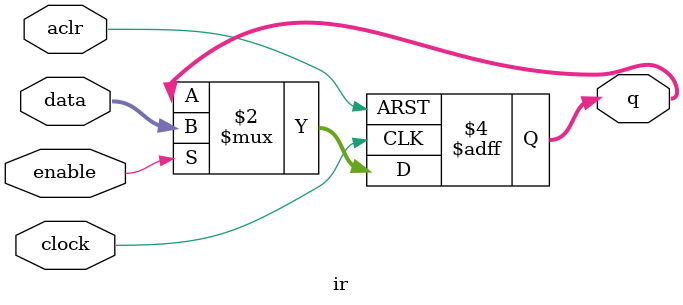
<source format=v>
`timescale 1 ps / 1 ps
module ir (
	aclr,
	clock,
	data,
	enable,
	q);

	input	  aclr;
	input	  clock;
	input	[7:0]  data;
	input	  enable;
	output reg	[7:0]  q;
	
	always @(posedge clock, posedge aclr)
	begin
		if (aclr)
			q <= 8'b00001010;
		else if (enable)
			q <= data;
	end

endmodule
</source>
